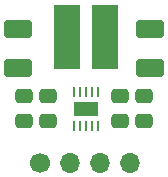
<source format=gbr>
%TF.GenerationSoftware,KiCad,Pcbnew,6.0.11-2627ca5db0~126~ubuntu20.04.1*%
%TF.CreationDate,2023-11-05T14:24:41-05:00*%
%TF.ProjectId,tps63001-slim,74707336-3330-4303-912d-736c696d2e6b,rev?*%
%TF.SameCoordinates,Original*%
%TF.FileFunction,Soldermask,Top*%
%TF.FilePolarity,Negative*%
%FSLAX46Y46*%
G04 Gerber Fmt 4.6, Leading zero omitted, Abs format (unit mm)*
G04 Created by KiCad (PCBNEW 6.0.11-2627ca5db0~126~ubuntu20.04.1) date 2023-11-05 14:24:41*
%MOMM*%
%LPD*%
G01*
G04 APERTURE LIST*
G04 Aperture macros list*
%AMRoundRect*
0 Rectangle with rounded corners*
0 $1 Rounding radius*
0 $2 $3 $4 $5 $6 $7 $8 $9 X,Y pos of 4 corners*
0 Add a 4 corners polygon primitive as box body*
4,1,4,$2,$3,$4,$5,$6,$7,$8,$9,$2,$3,0*
0 Add four circle primitives for the rounded corners*
1,1,$1+$1,$2,$3*
1,1,$1+$1,$4,$5*
1,1,$1+$1,$6,$7*
1,1,$1+$1,$8,$9*
0 Add four rect primitives between the rounded corners*
20,1,$1+$1,$2,$3,$4,$5,0*
20,1,$1+$1,$4,$5,$6,$7,0*
20,1,$1+$1,$6,$7,$8,$9,0*
20,1,$1+$1,$8,$9,$2,$3,0*%
G04 Aperture macros list end*
%ADD10RoundRect,0.250000X-0.475000X0.337500X-0.475000X-0.337500X0.475000X-0.337500X0.475000X0.337500X0*%
%ADD11RoundRect,0.250001X0.924999X-0.499999X0.924999X0.499999X-0.924999X0.499999X-0.924999X-0.499999X0*%
%ADD12RoundRect,0.062500X-0.062500X0.375000X-0.062500X-0.375000X0.062500X-0.375000X0.062500X0.375000X0*%
%ADD13R,2.000000X1.200000*%
%ADD14C,1.700000*%
%ADD15O,1.700000X1.700000*%
%ADD16R,2.250000X5.500000*%
G04 APERTURE END LIST*
D10*
%TO.C,C5*%
X112776000Y-108182500D03*
X112776000Y-110257500D03*
%TD*%
%TO.C,C2*%
X104648000Y-108182500D03*
X104648000Y-110257500D03*
%TD*%
D11*
%TO.C,C6*%
X113284000Y-105765000D03*
X113284000Y-102515000D03*
%TD*%
D12*
%TO.C,U1*%
X108850000Y-107782500D03*
X108350000Y-107782500D03*
X107850000Y-107782500D03*
X107350000Y-107782500D03*
X106850000Y-107782500D03*
X106850000Y-110657500D03*
X107350000Y-110657500D03*
X107850000Y-110657500D03*
X108350000Y-110657500D03*
X108850000Y-110657500D03*
D13*
X107850000Y-109220000D03*
%TD*%
D10*
%TO.C,C4*%
X110744000Y-108182500D03*
X110744000Y-110257500D03*
%TD*%
%TO.C,C1*%
X102616000Y-108182500D03*
X102616000Y-110257500D03*
%TD*%
D14*
%TO.C,J1*%
X103987000Y-113800000D03*
D15*
X106527000Y-113800000D03*
X109067000Y-113800000D03*
X111607000Y-113800000D03*
%TD*%
D11*
%TO.C,C3*%
X102108000Y-105765000D03*
X102108000Y-102515000D03*
%TD*%
D16*
%TO.C,L1*%
X106225000Y-103124000D03*
X109475000Y-103124000D03*
%TD*%
M02*

</source>
